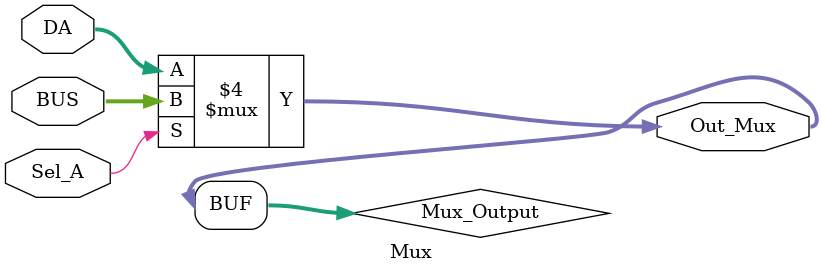
<source format=sv>
module Mux
  #(parameter WORD_LENGTH = 8) //In this case we define of 8 bits
(
//Output Ports
  output [WORD_LENGTH-1 : 0]Out_Mux,//Last wire (Output) of the mux 

//Input Ports
  input Sel_A,/*Selector*/
  input [WORD_LENGTH-1 : 0]DA, /*Data*/
  input [WORD_LENGTH-1 : 0]BUS, /*Data*/
);

/*wire*/ reg [WORD_LENGTH-1 : 0]Mux_Output;

  always@(Sel_A, DA,BUS) begin
    if (Sel_A == 1'b0)
		Mux_Output = DA; //Blocking because it is a combinational logic 
	else 
		Mux_Output = BUS;
end 

assign Out_Mux = Mux_Output;

endmodule
</source>
